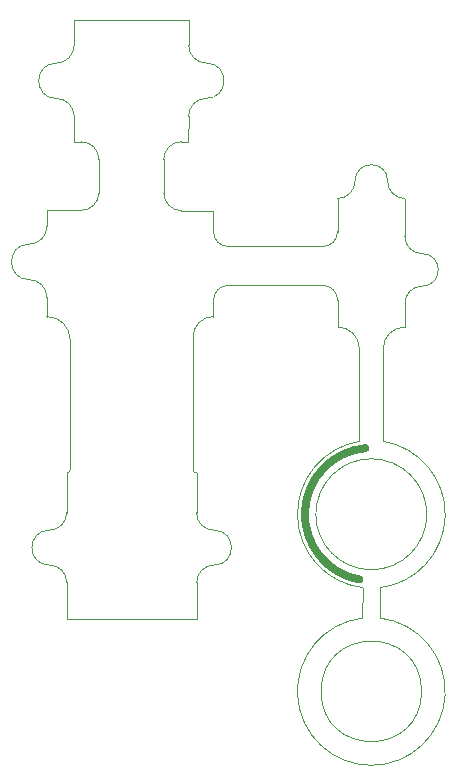
<source format=gbr>
G04 #@! TF.GenerationSoftware,KiCad,Pcbnew,(5.1.4)-1*
G04 #@! TF.CreationDate,2020-08-13T23:55:07-07:00*
G04 #@! TF.ProjectId,Kicad_LFOV_RigidFlex_Assembly,4b696361-645f-44c4-964f-565f52696769,rev?*
G04 #@! TF.SameCoordinates,Original*
G04 #@! TF.FileFunction,Profile,NP*
%FSLAX46Y46*%
G04 Gerber Fmt 4.6, Leading zero omitted, Abs format (unit mm)*
G04 Created by KiCad (PCBNEW (5.1.4)-1) date 2020-08-13 23:55:07*
%MOMM*%
%LPD*%
G04 APERTURE LIST*
%ADD10C,0.100000*%
%ADD11C,0.099060*%
%ADD12C,0.635000*%
%ADD13C,0.050000*%
G04 APERTURE END LIST*
D10*
X111337600Y-79465980D02*
X111937780Y-79465980D01*
X102257780Y-79465980D02*
X102857960Y-79465980D01*
X101920980Y-107214080D02*
G75*
G02X101620980Y-107514080I-300000J0D01*
G01*
X99957417Y-94262894D02*
G75*
G02X101920706Y-96226183I0J-1963289D01*
G01*
X101920980Y-107214080D02*
X101920706Y-96226183D01*
X112624260Y-107514080D02*
G75*
G02X112324260Y-107214080I0J300000D01*
G01*
X112324260Y-95992920D02*
G75*
G02X114054280Y-94262900I1730020J0D01*
G01*
X112324260Y-107214080D02*
X112324260Y-95992920D01*
D11*
X102257780Y-69115980D02*
X111948620Y-69116900D01*
X101631180Y-119888600D02*
X112634420Y-119888600D01*
X128425600Y-96982320D02*
G75*
G02X130260140Y-95147780I1834540J0D01*
G01*
X124559720Y-95149360D02*
G75*
G02X126416466Y-97006106I0J-1856746D01*
G01*
X115311582Y-88332000D02*
G75*
G02X114051740Y-87072158I0J1259842D01*
G01*
X114054280Y-92881581D02*
G75*
G02X115314121Y-91621740I1259841J0D01*
G01*
X123301531Y-91620628D02*
G75*
G02X124559719Y-92878601I-991J-1259180D01*
G01*
X124560380Y-87072160D02*
G75*
G02X123300540Y-88332000I-1259840J0D01*
G01*
X123300540Y-88332000D02*
X115311582Y-88332000D01*
X123301531Y-91620629D02*
X115314121Y-91621740D01*
D10*
X101621466Y-110883082D02*
G75*
G02X100148258Y-112356290I-1473208J0D01*
G01*
X100153277Y-115301807D02*
G75*
G02X101631180Y-116774560I5141J-1472753D01*
G01*
X114102202Y-112359593D02*
G75*
G02X112624300Y-110886840I-5140J1472753D01*
G01*
X112634014Y-116778318D02*
G75*
G02X114107222Y-115305110I1473208J0D01*
G01*
D11*
X109837551Y-80966029D02*
X109840334Y-83796214D01*
X104357939Y-80965959D02*
X104359100Y-83785400D01*
X111340820Y-85296700D02*
G75*
G02X109840334Y-83796214I0J1500486D01*
G01*
X104359076Y-83785400D02*
G75*
G02X102852880Y-85276380I-1500003J9037D01*
G01*
X109837551Y-80966029D02*
G75*
G02X111337600Y-79465980I1500049J0D01*
G01*
X102857960Y-79465980D02*
G75*
G02X104357939Y-80965959I0J-1499979D01*
G01*
X114054280Y-85296700D02*
X111340820Y-85296700D01*
X99957280Y-85276380D02*
X102852880Y-85276380D01*
D10*
X114054280Y-94262900D02*
X114054280Y-92881581D01*
X99957280Y-85276380D02*
X99957417Y-86632466D01*
X114051740Y-87072158D02*
X114054280Y-85296700D01*
X99957417Y-92647734D02*
X99957417Y-94262900D01*
X99957417Y-86632466D02*
G75*
G02X98453600Y-88136283I-1503817J0D01*
G01*
X98453600Y-91143917D02*
G75*
G02X98453600Y-88136283I0J1503817D01*
G01*
X98453600Y-91143917D02*
G75*
G02X99957417Y-92647734I0J-1503817D01*
G01*
X112634420Y-119888600D02*
X112634014Y-116778318D01*
X114102202Y-112359593D02*
G75*
G02X114107222Y-115305110I-60J-1472763D01*
G01*
X112624300Y-110886840D02*
X112624260Y-107514080D01*
X101620980Y-107514080D02*
X101621466Y-110883082D01*
X100153277Y-115301807D02*
G75*
G02X100148258Y-112356290I61J1472763D01*
G01*
X101631180Y-116774560D02*
X101631180Y-119888600D01*
X130260140Y-93143720D02*
G75*
G02X131704065Y-91694724I1449005J0D01*
G01*
X130255069Y-87489671D02*
X130255060Y-84273966D01*
X131704065Y-88933596D02*
G75*
G02X130255069Y-87489671I0J1449005D01*
G01*
X131704065Y-88933596D02*
G75*
G02X131704065Y-91694724I0J-1380564D01*
G01*
X126041086Y-82790653D02*
G75*
G02X128802205Y-82795733I1380555J-5080D01*
G01*
X130255060Y-84273966D02*
G75*
G02X128802205Y-82795733I15290J1468100D01*
G01*
X126041086Y-82790653D02*
G75*
G02X124560380Y-84263880I-1470692J-2567D01*
G01*
X124560380Y-84263880D02*
X124560380Y-87072160D01*
X124559720Y-95149360D02*
X124559719Y-92878601D01*
X130260140Y-93143720D02*
X130260140Y-95147780D01*
X102257780Y-69115980D02*
X102256137Y-71302362D01*
X111948620Y-69116900D02*
X111947780Y-71302469D01*
X113442669Y-72797358D02*
G75*
G02X113442669Y-75797358I0J-1500000D01*
G01*
X100756137Y-75802362D02*
G75*
G02X100756137Y-72802362I0J1500000D01*
G01*
X100756137Y-75800706D02*
G75*
G02X102257793Y-77302362I0J-1501656D01*
G01*
X111942669Y-77297358D02*
G75*
G02X113442669Y-75797358I1500000J0D01*
G01*
X113442669Y-72797358D02*
G75*
G02X111947780Y-71302469I0J1494889D01*
G01*
X102256137Y-71302362D02*
G75*
G02X100756137Y-72802362I-1500000J0D01*
G01*
X111942669Y-77297358D02*
X111937780Y-79465980D01*
X102257780Y-79465980D02*
X102257793Y-77302362D01*
D12*
X126399563Y-116533081D02*
G75*
G02X126921920Y-105403340I1020197J5529247D01*
G01*
D11*
X128425510Y-104829672D02*
G75*
G02X128169058Y-117214338I-1005750J-6174162D01*
G01*
X126672125Y-117211986D02*
G75*
G02X126416461Y-104831841I747635J6208152D01*
G01*
X128169123Y-119792448D02*
G75*
G02X126670461Y-119792441I-749363J-6210292D01*
G01*
X128425600Y-96982320D02*
X128425510Y-104829672D01*
X126416461Y-104831841D02*
X126416466Y-97006106D01*
D13*
X132119760Y-111003834D02*
G75*
G03X132119760Y-111003834I-4700000J0D01*
G01*
D11*
X128169058Y-117214338D02*
X128169123Y-119792449D01*
X126670461Y-119792441D02*
X126672125Y-117211986D01*
D13*
X131674734Y-126002740D02*
G75*
G03X131674734Y-126002740I-4254974J0D01*
G01*
M02*

</source>
